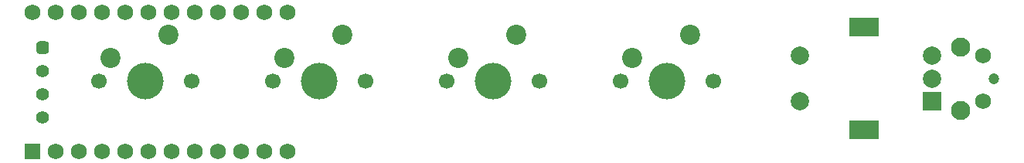
<source format=gbr>
%TF.GenerationSoftware,KiCad,Pcbnew,(5.1.7)-1*%
%TF.CreationDate,2020-11-07T14:05:26+07:00*%
%TF.ProjectId,pix,7069782e-6b69-4636-9164-5f7063625858,rev?*%
%TF.SameCoordinates,Original*%
%TF.FileFunction,Soldermask,Bot*%
%TF.FilePolarity,Negative*%
%FSLAX46Y46*%
G04 Gerber Fmt 4.6, Leading zero omitted, Abs format (unit mm)*
G04 Created by KiCad (PCBNEW (5.1.7)-1) date 2020-11-07 14:05:26*
%MOMM*%
%LPD*%
G01*
G04 APERTURE LIST*
%ADD10C,1.752600*%
%ADD11R,1.752600X1.752600*%
%ADD12C,1.397000*%
%ADD13R,2.000000X2.000000*%
%ADD14C,2.000000*%
%ADD15R,3.200000X2.000000*%
%ADD16C,1.200000*%
%ADD17C,2.100000*%
%ADD18C,1.750000*%
%ADD19C,1.700000*%
%ADD20C,4.000000*%
%ADD21C,2.200000*%
G04 APERTURE END LIST*
D10*
%TO.C,U1*%
X65998750Y-39630000D03*
X93938750Y-54870000D03*
X68538750Y-39630000D03*
X71078750Y-39630000D03*
X73618750Y-39630000D03*
X76158750Y-39630000D03*
X78698750Y-39630000D03*
X81238750Y-39630000D03*
X83778750Y-39630000D03*
X86318750Y-39630000D03*
X88858750Y-39630000D03*
X91398750Y-39630000D03*
X93938750Y-39630000D03*
X91398750Y-54870000D03*
X88858750Y-54870000D03*
X86318750Y-54870000D03*
X83778750Y-54870000D03*
X81238750Y-54870000D03*
X78698750Y-54870000D03*
X76158750Y-54870000D03*
X73618750Y-54870000D03*
X71078750Y-54870000D03*
X68538750Y-54870000D03*
D11*
X65998750Y-54870000D03*
%TD*%
%TO.C,OL1*%
G36*
G01*
X67474250Y-44232250D02*
X66775750Y-44232250D01*
G75*
G02*
X66426500Y-43883000I0J349250D01*
G01*
X66426500Y-43184500D01*
G75*
G02*
X66775750Y-42835250I349250J0D01*
G01*
X67474250Y-42835250D01*
G75*
G02*
X67823500Y-43184500I0J-349250D01*
G01*
X67823500Y-43883000D01*
G75*
G02*
X67474250Y-44232250I-349250J0D01*
G01*
G37*
D12*
X67125000Y-46073750D03*
X67125000Y-48613750D03*
X67125000Y-51153750D03*
%TD*%
D13*
%TO.C,SW2*%
X164593750Y-49411250D03*
D14*
X164593750Y-46911250D03*
X164593750Y-44411250D03*
D15*
X157093750Y-52511250D03*
X157093750Y-41311250D03*
D14*
X150093750Y-49411250D03*
X150093750Y-44411250D03*
%TD*%
D16*
%TO.C,SW1*%
X171366250Y-46937500D03*
D17*
X167666250Y-43437500D03*
D18*
X170156250Y-44437500D03*
X170156250Y-49437500D03*
D17*
X167666250Y-50447500D03*
%TD*%
D19*
%TO.C,MX4*%
X140583750Y-47228750D03*
X130423750Y-47228750D03*
D20*
X135503750Y-47228750D03*
D21*
X131693750Y-44688750D03*
X138043750Y-42148750D03*
%TD*%
D19*
%TO.C,MX3*%
X121533750Y-47228750D03*
X111373750Y-47228750D03*
D20*
X116453750Y-47228750D03*
D21*
X112643750Y-44688750D03*
X118993750Y-42148750D03*
%TD*%
D19*
%TO.C,MX2*%
X102483750Y-47228750D03*
X92323750Y-47228750D03*
D20*
X97403750Y-47228750D03*
D21*
X93593750Y-44688750D03*
X99943750Y-42148750D03*
%TD*%
D19*
%TO.C,MX1*%
X83433750Y-47228750D03*
X73273750Y-47228750D03*
D20*
X78353750Y-47228750D03*
D21*
X74543750Y-44688750D03*
X80893750Y-42148750D03*
%TD*%
M02*

</source>
